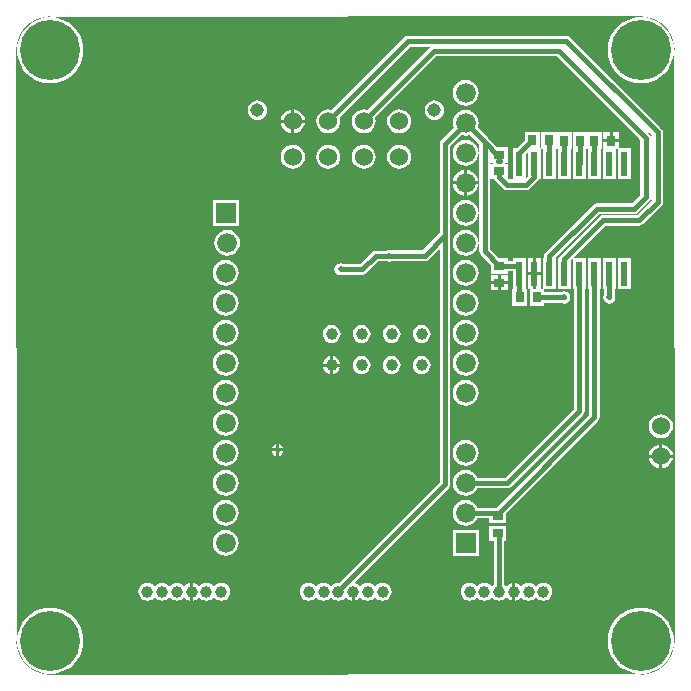
<source format=gbl>
G04*
G04 #@! TF.GenerationSoftware,Altium Limited,CircuitStudio,1.5.2 (30)*
G04*
G04 Layer_Physical_Order=2*
G04 Layer_Color=12500520*
%FSLAX25Y25*%
%MOIN*%
G70*
G01*
G75*
%ADD11R,0.03150X0.03543*%
%ADD12R,0.03543X0.02756*%
%ADD13R,0.03543X0.03150*%
%ADD20C,0.01500*%
%ADD21C,0.01000*%
%ADD22C,0.06000*%
%ADD23C,0.20000*%
%ADD24C,0.04500*%
%ADD25C,0.03937*%
%ADD26C,0.06600*%
%ADD27R,0.06600X0.06600*%
%ADD28C,0.02000*%
%ADD29R,0.02323X0.08071*%
%ADD30R,0.02756X0.03543*%
G36*
X1106857Y840596D02*
X1108572Y840185D01*
X1110200Y839510D01*
X1111703Y838589D01*
X1113044Y837444D01*
X1114189Y836104D01*
X1115110Y834600D01*
X1115785Y832972D01*
X1116196Y831258D01*
X1116335Y829500D01*
X1116300D01*
X1116335Y632600D01*
X1116196Y630842D01*
X1115785Y629128D01*
X1115110Y627500D01*
X1114189Y625996D01*
X1113044Y624656D01*
X1111703Y623511D01*
X1110200Y622590D01*
X1108572Y621915D01*
X1106857Y621504D01*
X1105100Y621365D01*
Y621400D01*
X908200Y621365D01*
X908200D01*
X906443Y621504D01*
X904728Y621915D01*
X903100Y622590D01*
X901596Y623511D01*
X900256Y624656D01*
X899111Y625996D01*
X898190Y627500D01*
X897515Y629128D01*
X897104Y630842D01*
X896965Y632600D01*
X897000D01*
X896965Y829500D01*
X897104Y831258D01*
X897515Y832972D01*
X898190Y834600D01*
X899111Y836104D01*
X900256Y837444D01*
X901597Y838589D01*
X903100Y839510D01*
X904728Y840185D01*
X906443Y840596D01*
X908200Y840735D01*
Y840700D01*
X1105100Y840735D01*
X1106857Y840596D01*
D02*
G37*
%LPC*%
G36*
X1012016Y727494D02*
X1011242Y727392D01*
X1010519Y727093D01*
X1009899Y726617D01*
X1009424Y725997D01*
X1009124Y725275D01*
X1009022Y724500D01*
X1009124Y723725D01*
X1009424Y723003D01*
X1009899Y722383D01*
X1010519Y721907D01*
X1011242Y721608D01*
X1012016Y721506D01*
X1012791Y721608D01*
X1013513Y721907D01*
X1014134Y722383D01*
X1014609Y723003D01*
X1014909Y723725D01*
X1015011Y724500D01*
X1014909Y725275D01*
X1014609Y725997D01*
X1014134Y726617D01*
X1013513Y727093D01*
X1012791Y727392D01*
X1012016Y727494D01*
D02*
G37*
G36*
X1046700Y729587D02*
X1045578Y729439D01*
X1044532Y729006D01*
X1043633Y728317D01*
X1042944Y727419D01*
X1042511Y726372D01*
X1042363Y725250D01*
X1042511Y724127D01*
X1042944Y723081D01*
X1043633Y722183D01*
X1044532Y721494D01*
X1045578Y721061D01*
X1046700Y720913D01*
X1047822Y721061D01*
X1048868Y721494D01*
X1049767Y722183D01*
X1050456Y723081D01*
X1050889Y724127D01*
X1051037Y725250D01*
X1050889Y726372D01*
X1050456Y727419D01*
X1049767Y728317D01*
X1048868Y729006D01*
X1047822Y729439D01*
X1046700Y729587D01*
D02*
G37*
G36*
X1022016Y727494D02*
X1021241Y727392D01*
X1020519Y727093D01*
X1019899Y726617D01*
X1019423Y725997D01*
X1019124Y725275D01*
X1019022Y724500D01*
X1019124Y723725D01*
X1019423Y723003D01*
X1019899Y722383D01*
X1020519Y721907D01*
X1021241Y721608D01*
X1022016Y721506D01*
X1022791Y721608D01*
X1023514Y721907D01*
X1024134Y722383D01*
X1024609Y723003D01*
X1024909Y723725D01*
X1025011Y724500D01*
X1024909Y725275D01*
X1024609Y725997D01*
X1024134Y726617D01*
X1023514Y727093D01*
X1022791Y727392D01*
X1022016Y727494D01*
D02*
G37*
G36*
X1001516Y724000D02*
X999088D01*
X999124Y723725D01*
X999424Y723003D01*
X999899Y722383D01*
X1000519Y721907D01*
X1001241Y721608D01*
X1001516Y721572D01*
Y724000D01*
D02*
G37*
G36*
X1032016Y727494D02*
X1031242Y727392D01*
X1030519Y727093D01*
X1029899Y726617D01*
X1029424Y725997D01*
X1029124Y725275D01*
X1029022Y724500D01*
X1029124Y723725D01*
X1029424Y723003D01*
X1029899Y722383D01*
X1030519Y721907D01*
X1031242Y721608D01*
X1032016Y721506D01*
X1032791Y721608D01*
X1033514Y721907D01*
X1034134Y722383D01*
X1034609Y723003D01*
X1034908Y723725D01*
X1035011Y724500D01*
X1034908Y725275D01*
X1034609Y725997D01*
X1034134Y726617D01*
X1033514Y727093D01*
X1032791Y727392D01*
X1032016Y727494D01*
D02*
G37*
G36*
X966700Y709587D02*
X965578Y709439D01*
X964532Y709006D01*
X963633Y708317D01*
X962944Y707418D01*
X962511Y706372D01*
X962363Y705250D01*
X962511Y704128D01*
X962944Y703081D01*
X963633Y702183D01*
X964532Y701494D01*
X965578Y701061D01*
X966700Y700913D01*
X967822Y701061D01*
X968869Y701494D01*
X969767Y702183D01*
X970456Y703081D01*
X970889Y704128D01*
X971037Y705250D01*
X970889Y706372D01*
X970456Y707418D01*
X969767Y708317D01*
X968869Y709006D01*
X967822Y709439D01*
X966700Y709587D01*
D02*
G37*
G36*
X1111750Y708135D02*
X1110706Y707997D01*
X1109733Y707594D01*
X1108897Y706953D01*
X1108256Y706117D01*
X1107853Y705144D01*
X1107716Y704100D01*
X1107853Y703056D01*
X1108256Y702083D01*
X1108897Y701247D01*
X1109733Y700606D01*
X1110706Y700203D01*
X1111750Y700066D01*
X1112794Y700203D01*
X1113767Y700606D01*
X1114603Y701247D01*
X1115244Y702083D01*
X1115647Y703056D01*
X1115784Y704100D01*
X1115647Y705144D01*
X1115244Y706117D01*
X1114603Y706953D01*
X1113767Y707594D01*
X1112794Y707997D01*
X1111750Y708135D01*
D02*
G37*
G36*
X966700Y719587D02*
X965578Y719439D01*
X964532Y719006D01*
X963633Y718317D01*
X962944Y717418D01*
X962511Y716372D01*
X962363Y715250D01*
X962511Y714127D01*
X962944Y713081D01*
X963633Y712183D01*
X964532Y711494D01*
X965578Y711061D01*
X966700Y710913D01*
X967822Y711061D01*
X968869Y711494D01*
X969767Y712183D01*
X970456Y713081D01*
X970889Y714127D01*
X971037Y715250D01*
X970889Y716372D01*
X970456Y717418D01*
X969767Y718317D01*
X968869Y719006D01*
X967822Y719439D01*
X966700Y719587D01*
D02*
G37*
G36*
Y729587D02*
X965578Y729439D01*
X964532Y729006D01*
X963633Y728317D01*
X962944Y727419D01*
X962511Y726372D01*
X962363Y725250D01*
X962511Y724127D01*
X962944Y723081D01*
X963633Y722183D01*
X964532Y721494D01*
X965578Y721061D01*
X966700Y720913D01*
X967822Y721061D01*
X968869Y721494D01*
X969767Y722183D01*
X970456Y723081D01*
X970889Y724127D01*
X971037Y725250D01*
X970889Y726372D01*
X970456Y727419D01*
X969767Y728317D01*
X968869Y729006D01*
X967822Y729439D01*
X966700Y729587D01*
D02*
G37*
G36*
X1046700Y719587D02*
X1045578Y719439D01*
X1044532Y719006D01*
X1043633Y718317D01*
X1042944Y717418D01*
X1042511Y716372D01*
X1042363Y715250D01*
X1042511Y714127D01*
X1042944Y713081D01*
X1043633Y712183D01*
X1044532Y711494D01*
X1045578Y711061D01*
X1046700Y710913D01*
X1047822Y711061D01*
X1048868Y711494D01*
X1049767Y712183D01*
X1050456Y713081D01*
X1050889Y714127D01*
X1051037Y715250D01*
X1050889Y716372D01*
X1050456Y717418D01*
X1049767Y718317D01*
X1048868Y719006D01*
X1047822Y719439D01*
X1046700Y719587D01*
D02*
G37*
G36*
X1004945Y724000D02*
X1002516D01*
Y721572D01*
X1002791Y721608D01*
X1003514Y721907D01*
X1004134Y722383D01*
X1004609Y723003D01*
X1004908Y723725D01*
X1004945Y724000D01*
D02*
G37*
G36*
X1022016Y737894D02*
X1021241Y737792D01*
X1020519Y737493D01*
X1019899Y737017D01*
X1019423Y736397D01*
X1019124Y735675D01*
X1019022Y734900D01*
X1019124Y734125D01*
X1019423Y733403D01*
X1019899Y732783D01*
X1020519Y732307D01*
X1021241Y732008D01*
X1022016Y731906D01*
X1022791Y732008D01*
X1023514Y732307D01*
X1024134Y732783D01*
X1024609Y733403D01*
X1024909Y734125D01*
X1025011Y734900D01*
X1024909Y735675D01*
X1024609Y736397D01*
X1024134Y737017D01*
X1023514Y737493D01*
X1022791Y737792D01*
X1022016Y737894D01*
D02*
G37*
G36*
X1012016D02*
X1011242Y737792D01*
X1010519Y737493D01*
X1009899Y737017D01*
X1009424Y736397D01*
X1009124Y735675D01*
X1009022Y734900D01*
X1009124Y734125D01*
X1009424Y733403D01*
X1009899Y732783D01*
X1010519Y732307D01*
X1011242Y732008D01*
X1012016Y731906D01*
X1012791Y732008D01*
X1013513Y732307D01*
X1014134Y732783D01*
X1014609Y733403D01*
X1014909Y734125D01*
X1015011Y734900D01*
X1014909Y735675D01*
X1014609Y736397D01*
X1014134Y737017D01*
X1013513Y737493D01*
X1012791Y737792D01*
X1012016Y737894D01*
D02*
G37*
G36*
X1032016D02*
X1031242Y737792D01*
X1030519Y737493D01*
X1029899Y737017D01*
X1029424Y736397D01*
X1029124Y735675D01*
X1029022Y734900D01*
X1029124Y734125D01*
X1029424Y733403D01*
X1029899Y732783D01*
X1030519Y732307D01*
X1031242Y732008D01*
X1032016Y731906D01*
X1032791Y732008D01*
X1033514Y732307D01*
X1034134Y732783D01*
X1034609Y733403D01*
X1034908Y734125D01*
X1035011Y734900D01*
X1034908Y735675D01*
X1034609Y736397D01*
X1034134Y737017D01*
X1033514Y737493D01*
X1032791Y737792D01*
X1032016Y737894D01*
D02*
G37*
G36*
X1046700Y749587D02*
X1045578Y749439D01*
X1044532Y749006D01*
X1043633Y748317D01*
X1042944Y747418D01*
X1042511Y746373D01*
X1042363Y745250D01*
X1042511Y744128D01*
X1042944Y743081D01*
X1043633Y742183D01*
X1044532Y741494D01*
X1045578Y741061D01*
X1046700Y740913D01*
X1047822Y741061D01*
X1048868Y741494D01*
X1049767Y742183D01*
X1050456Y743081D01*
X1050889Y744128D01*
X1051037Y745250D01*
X1050889Y746373D01*
X1050456Y747418D01*
X1049767Y748317D01*
X1048868Y749006D01*
X1047822Y749439D01*
X1046700Y749587D01*
D02*
G37*
G36*
X966700D02*
X965578Y749439D01*
X964532Y749006D01*
X963633Y748317D01*
X962944Y747418D01*
X962511Y746373D01*
X962363Y745250D01*
X962511Y744128D01*
X962944Y743081D01*
X963633Y742183D01*
X964532Y741494D01*
X965578Y741061D01*
X966700Y740913D01*
X967822Y741061D01*
X968869Y741494D01*
X969767Y742183D01*
X970456Y743081D01*
X970889Y744128D01*
X971037Y745250D01*
X970889Y746373D01*
X970456Y747418D01*
X969767Y748317D01*
X968869Y749006D01*
X967822Y749439D01*
X966700Y749587D01*
D02*
G37*
G36*
X1002516Y727428D02*
Y725000D01*
X1004945D01*
X1004908Y725275D01*
X1004609Y725997D01*
X1004134Y726617D01*
X1003514Y727093D01*
X1002791Y727392D01*
X1002516Y727428D01*
D02*
G37*
G36*
X1001516D02*
X1001241Y727392D01*
X1000519Y727093D01*
X999899Y726617D01*
X999424Y725997D01*
X999124Y725275D01*
X999088Y725000D01*
X1001516D01*
Y727428D01*
D02*
G37*
G36*
X966700Y739587D02*
X965578Y739439D01*
X964532Y739006D01*
X963633Y738317D01*
X962944Y737419D01*
X962511Y736373D01*
X962363Y735250D01*
X962511Y734128D01*
X962944Y733081D01*
X963633Y732183D01*
X964532Y731494D01*
X965578Y731061D01*
X966700Y730913D01*
X967822Y731061D01*
X968869Y731494D01*
X969767Y732183D01*
X970456Y733081D01*
X970889Y734128D01*
X971037Y735250D01*
X970889Y736373D01*
X970456Y737419D01*
X969767Y738317D01*
X968869Y739006D01*
X967822Y739439D01*
X966700Y739587D01*
D02*
G37*
G36*
X1002016Y737894D02*
X1001241Y737792D01*
X1000519Y737493D01*
X999899Y737017D01*
X999424Y736397D01*
X999124Y735675D01*
X999022Y734900D01*
X999124Y734125D01*
X999424Y733403D01*
X999899Y732783D01*
X1000519Y732307D01*
X1001241Y732008D01*
X1002016Y731906D01*
X1002791Y732008D01*
X1003514Y732307D01*
X1004134Y732783D01*
X1004609Y733403D01*
X1004908Y734125D01*
X1005011Y734900D01*
X1004908Y735675D01*
X1004609Y736397D01*
X1004134Y737017D01*
X1003514Y737493D01*
X1002791Y737792D01*
X1002016Y737894D01*
D02*
G37*
G36*
X1046700Y739587D02*
X1045578Y739439D01*
X1044532Y739006D01*
X1043633Y738317D01*
X1042944Y737419D01*
X1042511Y736373D01*
X1042363Y735250D01*
X1042511Y734128D01*
X1042944Y733081D01*
X1043633Y732183D01*
X1044532Y731494D01*
X1045578Y731061D01*
X1046700Y730913D01*
X1047822Y731061D01*
X1048868Y731494D01*
X1049767Y732183D01*
X1050456Y733081D01*
X1050889Y734128D01*
X1051037Y735250D01*
X1050889Y736373D01*
X1050456Y737419D01*
X1049767Y738317D01*
X1048868Y739006D01*
X1047822Y739439D01*
X1046700Y739587D01*
D02*
G37*
G36*
X984500Y698190D02*
Y696750D01*
X985940D01*
X985884Y697030D01*
X985442Y697692D01*
X984780Y698134D01*
X984500Y698190D01*
D02*
G37*
G36*
X966700Y669587D02*
X965578Y669439D01*
X964532Y669006D01*
X963633Y668317D01*
X962944Y667418D01*
X962511Y666372D01*
X962363Y665250D01*
X962511Y664127D01*
X962944Y663081D01*
X963633Y662183D01*
X964532Y661494D01*
X965578Y661061D01*
X966700Y660913D01*
X967822Y661061D01*
X968869Y661494D01*
X969767Y662183D01*
X970456Y663081D01*
X970889Y664127D01*
X971037Y665250D01*
X970889Y666372D01*
X970456Y667418D01*
X969767Y668317D01*
X968869Y669006D01*
X967822Y669439D01*
X966700Y669587D01*
D02*
G37*
G36*
X1072606Y651944D02*
X1071831Y651842D01*
X1071109Y651543D01*
X1070489Y651067D01*
X1070146Y650620D01*
X1069802Y651067D01*
X1069182Y651543D01*
X1068460Y651842D01*
X1067685Y651944D01*
X1066910Y651842D01*
X1066188Y651543D01*
X1065568Y651067D01*
X1065224Y650620D01*
X1064881Y651067D01*
X1064261Y651543D01*
X1063539Y651842D01*
X1063264Y651878D01*
Y648950D01*
Y646022D01*
X1063539Y646058D01*
X1064261Y646357D01*
X1064881Y646833D01*
X1065224Y647281D01*
X1065568Y646833D01*
X1066188Y646357D01*
X1066910Y646058D01*
X1067685Y645956D01*
X1068460Y646058D01*
X1069182Y646357D01*
X1069802Y646833D01*
X1070146Y647281D01*
X1070489Y646833D01*
X1071109Y646357D01*
X1071831Y646058D01*
X1072606Y645956D01*
X1073381Y646058D01*
X1074103Y646357D01*
X1074724Y646833D01*
X1075199Y647453D01*
X1075498Y648175D01*
X1075600Y648950D01*
X1075498Y649725D01*
X1075199Y650447D01*
X1074724Y651067D01*
X1074103Y651543D01*
X1073381Y651842D01*
X1072606Y651944D01*
D02*
G37*
G36*
X1051000Y669550D02*
X1042400D01*
Y660950D01*
X1051000D01*
Y669550D01*
D02*
G37*
G36*
X1091759Y760059D02*
X1087437D01*
Y749988D01*
X1087814D01*
Y707887D01*
X1056961Y677034D01*
X1050615D01*
X1050456Y677419D01*
X1049767Y678317D01*
X1048868Y679006D01*
X1047822Y679439D01*
X1046700Y679587D01*
X1045578Y679439D01*
X1044532Y679006D01*
X1043633Y678317D01*
X1042944Y677419D01*
X1042511Y676372D01*
X1042363Y675250D01*
X1042511Y674127D01*
X1042944Y673081D01*
X1043633Y672183D01*
X1044532Y671494D01*
X1045578Y671061D01*
X1046700Y670913D01*
X1047822Y671061D01*
X1048868Y671494D01*
X1049767Y672183D01*
X1050456Y673081D01*
X1050615Y673466D01*
X1054628D01*
Y671925D01*
X1060172D01*
Y675198D01*
X1090860Y705886D01*
X1091247Y706465D01*
X1091382Y707148D01*
Y749988D01*
X1091759D01*
Y760059D01*
D02*
G37*
G36*
X966700Y679587D02*
X965578Y679439D01*
X964532Y679006D01*
X963633Y678317D01*
X962944Y677419D01*
X962511Y676372D01*
X962363Y675250D01*
X962511Y674127D01*
X962944Y673081D01*
X963633Y672183D01*
X964532Y671494D01*
X965578Y671061D01*
X966700Y670913D01*
X967822Y671061D01*
X968869Y671494D01*
X969767Y672183D01*
X970456Y673081D01*
X970889Y674127D01*
X971037Y675250D01*
X970889Y676372D01*
X970456Y677419D01*
X969767Y678317D01*
X968869Y679006D01*
X967822Y679439D01*
X966700Y679587D01*
D02*
G37*
G36*
X1105100Y643634D02*
X1103374Y643498D01*
X1101690Y643094D01*
X1100091Y642431D01*
X1098614Y641527D01*
X1097298Y640402D01*
X1096173Y639086D01*
X1095269Y637609D01*
X1094606Y636010D01*
X1094202Y634326D01*
X1094066Y632600D01*
X1094202Y630874D01*
X1094606Y629190D01*
X1095269Y627591D01*
X1096173Y626114D01*
X1097298Y624798D01*
X1098614Y623673D01*
X1100091Y622769D01*
X1101690Y622106D01*
X1103374Y621702D01*
X1105100Y621566D01*
X1106826Y621702D01*
X1108510Y622106D01*
X1110109Y622769D01*
X1111586Y623673D01*
X1112902Y624798D01*
X1114027Y626114D01*
X1114931Y627591D01*
X1115594Y629190D01*
X1115998Y630874D01*
X1116134Y632600D01*
X1115998Y634326D01*
X1115594Y636010D01*
X1114931Y637609D01*
X1114027Y639086D01*
X1112902Y640402D01*
X1111586Y641527D01*
X1110109Y642431D01*
X1108510Y643094D01*
X1106826Y643498D01*
X1105100Y643634D01*
D02*
G37*
G36*
X908200D02*
X906474Y643498D01*
X904790Y643094D01*
X903191Y642431D01*
X901714Y641527D01*
X900398Y640402D01*
X899273Y639086D01*
X898369Y637609D01*
X897706Y636010D01*
X897302Y634326D01*
X897166Y632600D01*
X897302Y630874D01*
X897706Y629190D01*
X898369Y627591D01*
X899273Y626114D01*
X900398Y624798D01*
X901714Y623673D01*
X903191Y622769D01*
X904790Y622106D01*
X906474Y621702D01*
X908200Y621566D01*
X909926Y621702D01*
X911610Y622106D01*
X913209Y622769D01*
X914686Y623673D01*
X916002Y624798D01*
X917127Y626114D01*
X918031Y627591D01*
X918694Y629190D01*
X919098Y630874D01*
X919234Y632600D01*
X919098Y634326D01*
X918694Y636010D01*
X918031Y637609D01*
X917127Y639086D01*
X916002Y640402D01*
X914686Y641527D01*
X913209Y642431D01*
X911610Y643094D01*
X909926Y643498D01*
X908200Y643634D01*
D02*
G37*
G36*
X950443Y651944D02*
X949668Y651842D01*
X948946Y651543D01*
X948325Y651067D01*
X947982Y650620D01*
X947638Y651067D01*
X947018Y651543D01*
X946296Y651842D01*
X945521Y651944D01*
X944746Y651842D01*
X944024Y651543D01*
X943404Y651067D01*
X943061Y650620D01*
X942717Y651067D01*
X942097Y651543D01*
X941375Y651842D01*
X940600Y651944D01*
X939825Y651842D01*
X939103Y651543D01*
X938483Y651067D01*
X938007Y650447D01*
X937708Y649725D01*
X937606Y648950D01*
X937708Y648175D01*
X938007Y647453D01*
X938483Y646833D01*
X939103Y646357D01*
X939825Y646058D01*
X940600Y645956D01*
X941375Y646058D01*
X942097Y646357D01*
X942717Y646833D01*
X943061Y647281D01*
X943404Y646833D01*
X944024Y646357D01*
X944746Y646058D01*
X945521Y645956D01*
X946296Y646058D01*
X947018Y646357D01*
X947638Y646833D01*
X947982Y647281D01*
X948325Y646833D01*
X948946Y646357D01*
X949668Y646058D01*
X950443Y645956D01*
X951217Y646058D01*
X951940Y646357D01*
X952560Y646833D01*
X952903Y647281D01*
X953247Y646833D01*
X953867Y646357D01*
X954589Y646058D01*
X954864Y646022D01*
Y648950D01*
Y651878D01*
X954589Y651842D01*
X953867Y651543D01*
X953247Y651067D01*
X952903Y650620D01*
X952560Y651067D01*
X951940Y651543D01*
X951217Y651842D01*
X950443Y651944D01*
D02*
G37*
G36*
X1060172Y670775D02*
X1054628D01*
Y666019D01*
X1056058D01*
Y651323D01*
X1055725Y651067D01*
X1055382Y650620D01*
X1055038Y651067D01*
X1054418Y651543D01*
X1053696Y651842D01*
X1052921Y651944D01*
X1052146Y651842D01*
X1051424Y651543D01*
X1050804Y651067D01*
X1050461Y650620D01*
X1050117Y651067D01*
X1049497Y651543D01*
X1048775Y651842D01*
X1048000Y651944D01*
X1047225Y651842D01*
X1046503Y651543D01*
X1045883Y651067D01*
X1045407Y650447D01*
X1045108Y649725D01*
X1045006Y648950D01*
X1045108Y648175D01*
X1045407Y647453D01*
X1045883Y646833D01*
X1046503Y646357D01*
X1047225Y646058D01*
X1048000Y645956D01*
X1048775Y646058D01*
X1049497Y646357D01*
X1050117Y646833D01*
X1050461Y647281D01*
X1050804Y646833D01*
X1051424Y646357D01*
X1052146Y646058D01*
X1052921Y645956D01*
X1053696Y646058D01*
X1054418Y646357D01*
X1055038Y646833D01*
X1055382Y647281D01*
X1055725Y646833D01*
X1056345Y646357D01*
X1057068Y646058D01*
X1057843Y645956D01*
X1058617Y646058D01*
X1059340Y646357D01*
X1059960Y646833D01*
X1060303Y647281D01*
X1060647Y646833D01*
X1061267Y646357D01*
X1061989Y646058D01*
X1062264Y646022D01*
Y648950D01*
Y651878D01*
X1061989Y651842D01*
X1061267Y651543D01*
X1060647Y651067D01*
X1060303Y650620D01*
X1059960Y651067D01*
X1059627Y651323D01*
Y666019D01*
X1060172D01*
Y670775D01*
D02*
G37*
G36*
X965206Y651944D02*
X964431Y651842D01*
X963709Y651543D01*
X963089Y651067D01*
X962746Y650620D01*
X962402Y651067D01*
X961782Y651543D01*
X961060Y651842D01*
X960285Y651944D01*
X959510Y651842D01*
X958788Y651543D01*
X958168Y651067D01*
X957824Y650620D01*
X957481Y651067D01*
X956861Y651543D01*
X956139Y651842D01*
X955864Y651878D01*
Y648950D01*
Y646022D01*
X956139Y646058D01*
X956861Y646357D01*
X957481Y646833D01*
X957824Y647281D01*
X958168Y646833D01*
X958788Y646357D01*
X959510Y646058D01*
X960285Y645956D01*
X961060Y646058D01*
X961782Y646357D01*
X962402Y646833D01*
X962746Y647281D01*
X963089Y646833D01*
X963709Y646357D01*
X964431Y646058D01*
X965206Y645956D01*
X965981Y646058D01*
X966703Y646357D01*
X967323Y646833D01*
X967799Y647453D01*
X968098Y648175D01*
X968200Y648950D01*
X968098Y649725D01*
X967799Y650447D01*
X967323Y651067D01*
X966703Y651543D01*
X965981Y651842D01*
X965206Y651944D01*
D02*
G37*
G36*
X966700Y689587D02*
X965578Y689439D01*
X964532Y689006D01*
X963633Y688317D01*
X962944Y687419D01*
X962511Y686373D01*
X962363Y685250D01*
X962511Y684128D01*
X962944Y683081D01*
X963633Y682183D01*
X964532Y681494D01*
X965578Y681061D01*
X966700Y680913D01*
X967822Y681061D01*
X968869Y681494D01*
X969767Y682183D01*
X970456Y683081D01*
X970889Y684128D01*
X971037Y685250D01*
X970889Y686373D01*
X970456Y687419D01*
X969767Y688317D01*
X968869Y689006D01*
X967822Y689439D01*
X966700Y689587D01*
D02*
G37*
G36*
X985940Y695750D02*
X984500D01*
Y694310D01*
X984780Y694366D01*
X985442Y694808D01*
X985884Y695470D01*
X985940Y695750D01*
D02*
G37*
G36*
X983500D02*
X982060D01*
X982116Y695470D01*
X982558Y694808D01*
X983220Y694366D01*
X983500Y694310D01*
Y695750D01*
D02*
G37*
G36*
X1111250Y698069D02*
X1110706Y697997D01*
X1109733Y697594D01*
X1108897Y696953D01*
X1108256Y696117D01*
X1107853Y695144D01*
X1107781Y694600D01*
X1111250D01*
Y698069D01*
D02*
G37*
G36*
X983500Y698190D02*
X983220Y698134D01*
X982558Y697692D01*
X982116Y697030D01*
X982060Y696750D01*
X983500D01*
Y698190D01*
D02*
G37*
G36*
X1112250Y698069D02*
Y694600D01*
X1115719D01*
X1115647Y695144D01*
X1115244Y696117D01*
X1114603Y696953D01*
X1113767Y697594D01*
X1112794Y697997D01*
X1112250Y698069D01*
D02*
G37*
G36*
X1111250Y693600D02*
X1107781D01*
X1107853Y693056D01*
X1108256Y692083D01*
X1108897Y691247D01*
X1109733Y690606D01*
X1110706Y690203D01*
X1111250Y690131D01*
Y693600D01*
D02*
G37*
G36*
X1086759Y760059D02*
X1082437D01*
Y749988D01*
X1082814D01*
Y709987D01*
X1059861Y687034D01*
X1050615D01*
X1050456Y687419D01*
X1049767Y688317D01*
X1048868Y689006D01*
X1047822Y689439D01*
X1046700Y689587D01*
X1045578Y689439D01*
X1044532Y689006D01*
X1043633Y688317D01*
X1042944Y687419D01*
X1042511Y686373D01*
X1042363Y685250D01*
X1042511Y684128D01*
X1042944Y683081D01*
X1043633Y682183D01*
X1044532Y681494D01*
X1045578Y681061D01*
X1046700Y680913D01*
X1047822Y681061D01*
X1048868Y681494D01*
X1049767Y682183D01*
X1050456Y683081D01*
X1050615Y683466D01*
X1060600D01*
X1061283Y683602D01*
X1061862Y683988D01*
X1085860Y707986D01*
X1085860Y707986D01*
X1086246Y708565D01*
X1086382Y709248D01*
Y749988D01*
X1086759D01*
Y760059D01*
D02*
G37*
G36*
X1115719Y693600D02*
X1112250D01*
Y690131D01*
X1112794Y690203D01*
X1113767Y690606D01*
X1114603Y691247D01*
X1115244Y692083D01*
X1115647Y693056D01*
X1115719Y693600D01*
D02*
G37*
G36*
X1046700Y699587D02*
X1045578Y699439D01*
X1044532Y699006D01*
X1043633Y698317D01*
X1042944Y697418D01*
X1042511Y696373D01*
X1042363Y695250D01*
X1042511Y694128D01*
X1042944Y693081D01*
X1043633Y692183D01*
X1044532Y691494D01*
X1045578Y691061D01*
X1046700Y690913D01*
X1047822Y691061D01*
X1048868Y691494D01*
X1049767Y692183D01*
X1050456Y693081D01*
X1050889Y694128D01*
X1051037Y695250D01*
X1050889Y696373D01*
X1050456Y697418D01*
X1049767Y698317D01*
X1048868Y699006D01*
X1047822Y699439D01*
X1046700Y699587D01*
D02*
G37*
G36*
X966700D02*
X965578Y699439D01*
X964532Y699006D01*
X963633Y698317D01*
X962944Y697418D01*
X962511Y696373D01*
X962363Y695250D01*
X962511Y694128D01*
X962944Y693081D01*
X963633Y692183D01*
X964532Y691494D01*
X965578Y691061D01*
X966700Y690913D01*
X967822Y691061D01*
X968869Y691494D01*
X969767Y692183D01*
X970456Y693081D01*
X970889Y694128D01*
X971037Y695250D01*
X970889Y696373D01*
X970456Y697418D01*
X969767Y698317D01*
X968869Y699006D01*
X967822Y699439D01*
X966700Y699587D01*
D02*
G37*
G36*
X1072931Y749822D02*
X1068175D01*
Y744278D01*
X1072931D01*
Y745266D01*
X1078670D01*
X1078820Y745166D01*
X1079600Y745011D01*
X1080380Y745166D01*
X1081042Y745608D01*
X1081484Y746270D01*
X1081639Y747050D01*
X1081484Y747830D01*
X1081042Y748492D01*
X1080380Y748934D01*
X1079600Y749089D01*
X1078820Y748934D01*
X1078670Y748834D01*
X1072931D01*
Y749822D01*
D02*
G37*
G36*
X1012700Y798034D02*
X1011656Y797897D01*
X1010683Y797494D01*
X1009847Y796853D01*
X1009206Y796017D01*
X1008803Y795044D01*
X1008665Y794000D01*
X1008803Y792956D01*
X1009206Y791983D01*
X1009847Y791147D01*
X1010683Y790506D01*
X1011656Y790103D01*
X1012700Y789965D01*
X1013744Y790103D01*
X1014717Y790506D01*
X1015553Y791147D01*
X1016194Y791983D01*
X1016597Y792956D01*
X1016735Y794000D01*
X1016597Y795044D01*
X1016194Y796017D01*
X1015553Y796853D01*
X1014717Y797494D01*
X1013744Y797897D01*
X1012700Y798034D01*
D02*
G37*
G36*
X1000900D02*
X999856Y797897D01*
X998883Y797494D01*
X998047Y796853D01*
X997406Y796017D01*
X997003Y795044D01*
X996865Y794000D01*
X997003Y792956D01*
X997406Y791983D01*
X998047Y791147D01*
X998883Y790506D01*
X999856Y790103D01*
X1000900Y789965D01*
X1001944Y790103D01*
X1002917Y790506D01*
X1003753Y791147D01*
X1004394Y791983D01*
X1004797Y792956D01*
X1004935Y794000D01*
X1004797Y795044D01*
X1004394Y796017D01*
X1003753Y796853D01*
X1002917Y797494D01*
X1001944Y797897D01*
X1000900Y798034D01*
D02*
G37*
G36*
X1024500D02*
X1023456Y797897D01*
X1022483Y797494D01*
X1021647Y796853D01*
X1021006Y796017D01*
X1020603Y795044D01*
X1020465Y794000D01*
X1020603Y792956D01*
X1021006Y791983D01*
X1021647Y791147D01*
X1022483Y790506D01*
X1023456Y790103D01*
X1024500Y789965D01*
X1025544Y790103D01*
X1026517Y790506D01*
X1027353Y791147D01*
X1027994Y791983D01*
X1028397Y792956D01*
X1028535Y794000D01*
X1028397Y795044D01*
X1027994Y796017D01*
X1027353Y796853D01*
X1026517Y797494D01*
X1025544Y797897D01*
X1024500Y798034D01*
D02*
G37*
G36*
X1094654Y802122D02*
X1092579D01*
Y799850D01*
X1094654D01*
Y802122D01*
D02*
G37*
G36*
X1046700Y799587D02*
X1045578Y799439D01*
X1044532Y799006D01*
X1043633Y798317D01*
X1042944Y797418D01*
X1042511Y796373D01*
X1042363Y795250D01*
X1042511Y794128D01*
X1042944Y793081D01*
X1043633Y792183D01*
X1044532Y791494D01*
X1045578Y791061D01*
X1046700Y790913D01*
X1047822Y791061D01*
X1048868Y791494D01*
X1049767Y792183D01*
X1050456Y793081D01*
X1050889Y794128D01*
X1051037Y795250D01*
X1050889Y796373D01*
X1050456Y797418D01*
X1049767Y798317D01*
X1048868Y799006D01*
X1047822Y799439D01*
X1046700Y799587D01*
D02*
G37*
G36*
X1077029Y802222D02*
X1071879D01*
Y796678D01*
X1072437D01*
Y786641D01*
X1076759D01*
Y796678D01*
X1076867D01*
Y796578D01*
X1077437D01*
Y786641D01*
X1081759D01*
Y796578D01*
X1082017D01*
Y802122D01*
X1077029D01*
Y802222D01*
D02*
G37*
G36*
X1047200Y789521D02*
Y785750D01*
X1050971D01*
X1050889Y786373D01*
X1050456Y787419D01*
X1049767Y788317D01*
X1048868Y789006D01*
X1047822Y789439D01*
X1047200Y789521D01*
D02*
G37*
G36*
X1092217Y802122D02*
X1082379D01*
Y796578D01*
X1082437D01*
Y786641D01*
X1086759D01*
Y796578D01*
X1087437D01*
Y786641D01*
X1091759D01*
Y796578D01*
X1092217D01*
Y802122D01*
D02*
G37*
G36*
X989100Y798034D02*
X988056Y797897D01*
X987083Y797494D01*
X986247Y796853D01*
X985606Y796017D01*
X985203Y795044D01*
X985065Y794000D01*
X985203Y792956D01*
X985606Y791983D01*
X986247Y791147D01*
X987083Y790506D01*
X988056Y790103D01*
X989100Y789965D01*
X990144Y790103D01*
X991117Y790506D01*
X991953Y791147D01*
X992594Y791983D01*
X992997Y792956D01*
X993134Y794000D01*
X992997Y795044D01*
X992594Y796017D01*
X991953Y796853D01*
X991117Y797494D01*
X990144Y797897D01*
X989100Y798034D01*
D02*
G37*
G36*
X1097729Y798850D02*
X1095154D01*
X1092579D01*
Y796712D01*
X1092437D01*
Y786641D01*
X1096759D01*
Y796578D01*
X1097437D01*
Y786641D01*
X1101759D01*
Y796712D01*
X1097729D01*
Y798850D01*
D02*
G37*
G36*
Y802122D02*
X1095654D01*
Y799850D01*
X1097729D01*
Y802122D01*
D02*
G37*
G36*
X989600Y809769D02*
Y806300D01*
X993069D01*
X992997Y806844D01*
X992594Y807817D01*
X991953Y808653D01*
X991117Y809294D01*
X990144Y809697D01*
X989600Y809769D01*
D02*
G37*
G36*
X988600D02*
X988056Y809697D01*
X987083Y809294D01*
X986247Y808653D01*
X985606Y807817D01*
X985203Y806844D01*
X985131Y806300D01*
X988600D01*
Y809769D01*
D02*
G37*
G36*
X1046700Y819587D02*
X1045578Y819439D01*
X1044532Y819006D01*
X1043633Y818317D01*
X1042944Y817418D01*
X1042511Y816372D01*
X1042363Y815250D01*
X1042511Y814128D01*
X1042944Y813081D01*
X1043633Y812183D01*
X1044532Y811494D01*
X1045578Y811061D01*
X1046700Y810913D01*
X1047822Y811061D01*
X1048868Y811494D01*
X1049767Y812183D01*
X1050456Y813081D01*
X1050889Y814128D01*
X1051037Y815250D01*
X1050889Y816372D01*
X1050456Y817418D01*
X1049767Y818317D01*
X1048868Y819006D01*
X1047822Y819439D01*
X1046700Y819587D01*
D02*
G37*
G36*
X1105100Y840534D02*
X1103374Y840398D01*
X1101690Y839994D01*
X1100091Y839331D01*
X1098614Y838427D01*
X1097298Y837302D01*
X1096173Y835986D01*
X1095269Y834509D01*
X1094606Y832910D01*
X1094202Y831226D01*
X1094066Y829500D01*
X1094202Y827774D01*
X1094606Y826090D01*
X1095269Y824491D01*
X1096173Y823014D01*
X1097298Y821698D01*
X1098614Y820573D01*
X1100091Y819669D01*
X1101690Y819006D01*
X1103374Y818602D01*
X1105100Y818466D01*
X1106826Y818602D01*
X1108510Y819006D01*
X1110109Y819669D01*
X1111586Y820573D01*
X1112902Y821698D01*
X1114027Y823014D01*
X1114931Y824491D01*
X1115594Y826090D01*
X1115998Y827774D01*
X1116134Y829500D01*
X1115998Y831226D01*
X1115594Y832910D01*
X1114931Y834509D01*
X1114027Y835986D01*
X1112902Y837302D01*
X1111586Y838427D01*
X1110109Y839331D01*
X1108510Y839994D01*
X1106826Y840398D01*
X1105100Y840534D01*
D02*
G37*
G36*
X908200D02*
X906474Y840398D01*
X904790Y839994D01*
X903191Y839331D01*
X901714Y838427D01*
X900398Y837302D01*
X899273Y835986D01*
X898369Y834509D01*
X897706Y832910D01*
X897302Y831226D01*
X897166Y829500D01*
X897302Y827774D01*
X897706Y826090D01*
X898369Y824491D01*
X899273Y823014D01*
X900398Y821698D01*
X901714Y820573D01*
X903191Y819669D01*
X904790Y819006D01*
X906474Y818602D01*
X908200Y818466D01*
X909926Y818602D01*
X911610Y819006D01*
X913209Y819669D01*
X914686Y820573D01*
X916002Y821698D01*
X917127Y823014D01*
X918031Y824491D01*
X918694Y826090D01*
X919098Y827774D01*
X919234Y829500D01*
X919098Y831226D01*
X918694Y832910D01*
X918031Y834509D01*
X917127Y835986D01*
X916002Y837302D01*
X914686Y838427D01*
X913209Y839331D01*
X911610Y839994D01*
X909926Y840398D01*
X908200Y840534D01*
D02*
G37*
G36*
X988600Y805300D02*
X985131D01*
X985203Y804756D01*
X985606Y803783D01*
X986247Y802947D01*
X987083Y802306D01*
X988056Y801903D01*
X988600Y801831D01*
Y805300D01*
D02*
G37*
G36*
X1024500Y809834D02*
X1023456Y809697D01*
X1022483Y809294D01*
X1021647Y808653D01*
X1021006Y807817D01*
X1020603Y806844D01*
X1020465Y805800D01*
X1020603Y804756D01*
X1021006Y803783D01*
X1021647Y802947D01*
X1022483Y802306D01*
X1023456Y801903D01*
X1024500Y801766D01*
X1025544Y801903D01*
X1026517Y802306D01*
X1027353Y802947D01*
X1027994Y803783D01*
X1028397Y804756D01*
X1028535Y805800D01*
X1028397Y806844D01*
X1027994Y807817D01*
X1027353Y808653D01*
X1026517Y809294D01*
X1025544Y809697D01*
X1024500Y809834D01*
D02*
G37*
G36*
X993069Y805300D02*
X989600D01*
Y801831D01*
X990144Y801903D01*
X991117Y802306D01*
X991953Y802947D01*
X992594Y803783D01*
X992997Y804756D01*
X993069Y805300D01*
D02*
G37*
G36*
X1036300Y812778D02*
X1035452Y812666D01*
X1034661Y812339D01*
X1033982Y811818D01*
X1033461Y811139D01*
X1033134Y810348D01*
X1033022Y809500D01*
X1033134Y808652D01*
X1033461Y807861D01*
X1033982Y807182D01*
X1034661Y806661D01*
X1035452Y806334D01*
X1036300Y806222D01*
X1037148Y806334D01*
X1037939Y806661D01*
X1038618Y807182D01*
X1039139Y807861D01*
X1039466Y808652D01*
X1039578Y809500D01*
X1039466Y810348D01*
X1039139Y811139D01*
X1038618Y811818D01*
X1037939Y812339D01*
X1037148Y812666D01*
X1036300Y812778D01*
D02*
G37*
G36*
X977300D02*
X976452Y812666D01*
X975661Y812339D01*
X974982Y811818D01*
X974461Y811139D01*
X974134Y810348D01*
X974022Y809500D01*
X974134Y808652D01*
X974461Y807861D01*
X974982Y807182D01*
X975661Y806661D01*
X976452Y806334D01*
X977300Y806222D01*
X978148Y806334D01*
X978939Y806661D01*
X979618Y807182D01*
X980139Y807861D01*
X980466Y808652D01*
X980578Y809500D01*
X980466Y810348D01*
X980139Y811139D01*
X979618Y811818D01*
X978939Y812339D01*
X978148Y812666D01*
X977300Y812778D01*
D02*
G37*
G36*
X1046700Y759587D02*
X1045578Y759439D01*
X1044532Y759006D01*
X1043633Y758317D01*
X1042944Y757418D01*
X1042511Y756372D01*
X1042363Y755250D01*
X1042511Y754128D01*
X1042944Y753081D01*
X1043633Y752183D01*
X1044532Y751494D01*
X1045578Y751061D01*
X1046700Y750913D01*
X1047822Y751061D01*
X1048868Y751494D01*
X1049767Y752183D01*
X1050456Y753081D01*
X1050889Y754128D01*
X1051037Y755250D01*
X1050889Y756372D01*
X1050456Y757418D01*
X1049767Y758317D01*
X1048868Y759006D01*
X1047822Y759439D01*
X1046700Y759587D01*
D02*
G37*
G36*
X966700D02*
X965578Y759439D01*
X964532Y759006D01*
X963633Y758317D01*
X962944Y757418D01*
X962511Y756372D01*
X962363Y755250D01*
X962511Y754128D01*
X962944Y753081D01*
X963633Y752183D01*
X964532Y751494D01*
X965578Y751061D01*
X966700Y750913D01*
X967822Y751061D01*
X968869Y751494D01*
X969767Y752183D01*
X970456Y753081D01*
X970889Y754128D01*
X971037Y755250D01*
X970889Y756372D01*
X970456Y757418D01*
X969767Y758317D01*
X968869Y759006D01*
X967822Y759439D01*
X966700Y759587D01*
D02*
G37*
G36*
X1057452Y754569D02*
X1055180D01*
Y752494D01*
X1057452D01*
Y754569D01*
D02*
G37*
G36*
X1069098Y760059D02*
X1067437D01*
Y755523D01*
X1069098D01*
Y760059D01*
D02*
G37*
G36*
X1060724Y754569D02*
X1058452D01*
Y752494D01*
X1060724D01*
Y754569D01*
D02*
G37*
G36*
X1101759Y760059D02*
X1097437D01*
Y749988D01*
X1101759D01*
Y760059D01*
D02*
G37*
G36*
X1057452Y751494D02*
X1055180D01*
Y749419D01*
X1057452D01*
Y751494D01*
D02*
G37*
G36*
X1096759Y760059D02*
X1092437D01*
Y749988D01*
X1092814D01*
Y747982D01*
X1092714Y747832D01*
X1092559Y747052D01*
X1092714Y746272D01*
X1093156Y745610D01*
X1093818Y745168D01*
X1094598Y745013D01*
X1095378Y745168D01*
X1096040Y745610D01*
X1096482Y746272D01*
X1096637Y747052D01*
X1096482Y747832D01*
X1096382Y747982D01*
Y749988D01*
X1096759D01*
Y760059D01*
D02*
G37*
G36*
X1060724Y751494D02*
X1058452D01*
Y749419D01*
X1060724D01*
Y751494D01*
D02*
G37*
G36*
X1071759Y754523D02*
X1070098D01*
Y749988D01*
X1071759D01*
Y754523D01*
D02*
G37*
G36*
X1069098D02*
X1067437D01*
Y749988D01*
X1069098D01*
Y754523D01*
D02*
G37*
G36*
X1046200Y784750D02*
X1042429D01*
X1042511Y784128D01*
X1042944Y783081D01*
X1043633Y782183D01*
X1044532Y781494D01*
X1045578Y781061D01*
X1046200Y780979D01*
Y784750D01*
D02*
G37*
G36*
X1080300Y834234D02*
X1027550D01*
X1026867Y834099D01*
X1026288Y833712D01*
X1002177Y809601D01*
X1001944Y809697D01*
X1000900Y809834D01*
X999856Y809697D01*
X998883Y809294D01*
X998047Y808653D01*
X997406Y807817D01*
X997003Y806844D01*
X996865Y805800D01*
X997003Y804756D01*
X997406Y803783D01*
X998047Y802947D01*
X998883Y802306D01*
X999856Y801903D01*
X1000900Y801766D01*
X1001944Y801903D01*
X1002917Y802306D01*
X1003753Y802947D01*
X1004394Y803783D01*
X1004797Y804756D01*
X1004935Y805800D01*
X1004797Y806844D01*
X1004700Y807077D01*
X1028289Y830666D01*
X1035119D01*
X1034888Y830512D01*
X1013977Y809601D01*
X1013744Y809697D01*
X1012700Y809834D01*
X1011656Y809697D01*
X1010683Y809294D01*
X1009847Y808653D01*
X1009206Y807817D01*
X1008803Y806844D01*
X1008665Y805800D01*
X1008803Y804756D01*
X1009206Y803783D01*
X1009847Y802947D01*
X1010683Y802306D01*
X1011656Y801903D01*
X1012700Y801766D01*
X1013744Y801903D01*
X1014717Y802306D01*
X1015553Y802947D01*
X1016194Y803783D01*
X1016597Y804756D01*
X1016735Y805800D01*
X1016597Y806844D01*
X1016500Y807077D01*
X1036889Y827466D01*
X1077061D01*
X1104916Y799611D01*
Y781289D01*
X1102061Y778434D01*
X1090500D01*
X1090500Y778434D01*
X1089817Y778298D01*
X1089528Y778105D01*
X1089238Y777912D01*
X1089238Y777912D01*
X1073336Y762010D01*
X1072950Y761431D01*
X1072814Y760748D01*
Y760059D01*
X1072437D01*
Y749988D01*
X1076759D01*
Y760059D01*
X1076432D01*
X1091239Y774866D01*
X1102800D01*
X1103483Y775001D01*
X1104062Y775388D01*
X1107962Y779288D01*
X1107962Y779288D01*
X1108348Y779867D01*
X1108484Y780550D01*
Y800350D01*
X1108348Y801033D01*
X1107962Y801612D01*
X1079062Y830512D01*
X1078831Y830666D01*
X1079561D01*
X1108916Y801311D01*
Y779589D01*
X1103861Y774534D01*
X1092500D01*
X1092500Y774534D01*
X1091817Y774398D01*
X1091528Y774205D01*
X1091238Y774012D01*
X1091238Y774012D01*
X1078336Y761110D01*
X1077950Y760531D01*
X1077856Y760059D01*
X1077437D01*
Y749988D01*
X1081759D01*
Y759486D01*
X1093239Y770966D01*
X1104600D01*
X1105283Y771102D01*
X1105862Y771488D01*
X1111962Y777588D01*
X1111962Y777588D01*
X1112348Y778167D01*
X1112484Y778850D01*
Y802050D01*
X1112348Y802733D01*
X1112193Y802965D01*
X1111962Y803312D01*
X1111962Y803312D01*
X1081562Y833712D01*
X1080983Y834099D01*
X1080300Y834234D01*
D02*
G37*
G36*
X1050971Y784750D02*
X1047200D01*
Y780979D01*
X1047822Y781061D01*
X1048868Y781494D01*
X1049767Y782183D01*
X1050456Y783081D01*
X1050889Y784128D01*
X1050971Y784750D01*
D02*
G37*
G36*
X1046200Y789521D02*
X1045578Y789439D01*
X1044532Y789006D01*
X1043633Y788317D01*
X1042944Y787419D01*
X1042511Y786373D01*
X1042429Y785750D01*
X1046200D01*
Y789521D01*
D02*
G37*
G36*
X1046700Y809587D02*
X1045578Y809439D01*
X1044532Y809006D01*
X1043633Y808317D01*
X1042944Y807419D01*
X1042511Y806373D01*
X1042363Y805250D01*
X1042511Y804128D01*
X1042670Y803743D01*
X1038538Y799612D01*
X1038151Y799033D01*
X1038016Y798350D01*
Y768489D01*
X1032311Y762784D01*
X1022146D01*
X1021997Y762884D01*
X1021216Y763039D01*
X1020436Y762884D01*
X1020062Y762634D01*
X1016716D01*
X1016034Y762498D01*
X1015455Y762112D01*
X1015455Y762112D01*
X1011577Y758234D01*
X1005929D01*
X1005780Y758334D01*
X1005000Y758489D01*
X1004220Y758334D01*
X1003558Y757892D01*
X1003116Y757230D01*
X1002961Y756450D01*
X1003116Y755670D01*
X1003558Y755008D01*
X1004220Y754566D01*
X1005000Y754411D01*
X1005780Y754566D01*
X1005929Y754666D01*
X1012267D01*
X1012308Y754658D01*
X1012991Y754793D01*
X1013570Y755180D01*
X1017455Y759066D01*
X1020689D01*
X1021216Y758961D01*
X1021997Y759116D01*
X1022146Y759216D01*
X1033050D01*
X1033733Y759351D01*
X1034312Y759738D01*
X1038016Y763442D01*
Y685584D01*
X1004360Y651929D01*
X1004243Y651944D01*
X1003468Y651842D01*
X1002746Y651543D01*
X1002125Y651067D01*
X1001782Y650620D01*
X1001438Y651067D01*
X1000818Y651543D01*
X1000096Y651842D01*
X999321Y651944D01*
X998546Y651842D01*
X997824Y651543D01*
X997204Y651067D01*
X996861Y650620D01*
X996517Y651067D01*
X995897Y651543D01*
X995175Y651842D01*
X994400Y651944D01*
X993625Y651842D01*
X992903Y651543D01*
X992283Y651067D01*
X991807Y650447D01*
X991508Y649725D01*
X991406Y648950D01*
X991508Y648175D01*
X991807Y647453D01*
X992283Y646833D01*
X992903Y646357D01*
X993625Y646058D01*
X994400Y645956D01*
X995175Y646058D01*
X995897Y646357D01*
X996517Y646833D01*
X996861Y647281D01*
X997204Y646833D01*
X997824Y646357D01*
X998546Y646058D01*
X999321Y645956D01*
X1000096Y646058D01*
X1000818Y646357D01*
X1001438Y646833D01*
X1001782Y647281D01*
X1002125Y646833D01*
X1002746Y646357D01*
X1003468Y646058D01*
X1004243Y645956D01*
X1005017Y646058D01*
X1005740Y646357D01*
X1006360Y646833D01*
X1006703Y647281D01*
X1007047Y646833D01*
X1007667Y646357D01*
X1008389Y646058D01*
X1008664Y646022D01*
Y648950D01*
X1009664D01*
Y646022D01*
X1009939Y646058D01*
X1010661Y646357D01*
X1011281Y646833D01*
X1011624Y647281D01*
X1011968Y646833D01*
X1012588Y646357D01*
X1013310Y646058D01*
X1014085Y645956D01*
X1014860Y646058D01*
X1015582Y646357D01*
X1016202Y646833D01*
X1016546Y647281D01*
X1016889Y646833D01*
X1017509Y646357D01*
X1018231Y646058D01*
X1019006Y645956D01*
X1019781Y646058D01*
X1020503Y646357D01*
X1021124Y646833D01*
X1021599Y647453D01*
X1021898Y648175D01*
X1022000Y648950D01*
X1021898Y649725D01*
X1021599Y650447D01*
X1021124Y651067D01*
X1020503Y651543D01*
X1019781Y651842D01*
X1019006Y651944D01*
X1018231Y651842D01*
X1017509Y651543D01*
X1016889Y651067D01*
X1016546Y650620D01*
X1016202Y651067D01*
X1015582Y651543D01*
X1014860Y651842D01*
X1014085Y651944D01*
X1013310Y651842D01*
X1012588Y651543D01*
X1011968Y651067D01*
X1011624Y650620D01*
X1011281Y651067D01*
X1010661Y651543D01*
X1009939Y651842D01*
X1009392Y651914D01*
X1041062Y683583D01*
X1041448Y684162D01*
X1041584Y684845D01*
Y767750D01*
X1041584Y767750D01*
X1041584Y767750D01*
Y797611D01*
X1045193Y801220D01*
X1045578Y801061D01*
X1046700Y800913D01*
X1047822Y801061D01*
X1048207Y801220D01*
X1051216Y798211D01*
Y762458D01*
X1051352Y761775D01*
X1051738Y761196D01*
X1055180Y757754D01*
Y754931D01*
X1060724D01*
Y755722D01*
X1062437D01*
Y749988D01*
X1062814D01*
Y749822D01*
X1062269D01*
Y744278D01*
X1067025D01*
Y749822D01*
X1066382D01*
Y749988D01*
X1066759D01*
Y760059D01*
X1062437D01*
Y759290D01*
X1060724D01*
Y760081D01*
X1057901D01*
X1054784Y763197D01*
Y794642D01*
X1055176Y794250D01*
Y792031D01*
X1055919D01*
X1055951Y791867D01*
X1056084Y791669D01*
X1055176D01*
Y786519D01*
X1056269D01*
X1056300Y786367D01*
X1056686Y785788D01*
X1059086Y783388D01*
X1059086Y783388D01*
X1059376Y783195D01*
X1059665Y783002D01*
X1060348Y782866D01*
X1060348Y782866D01*
X1066948D01*
X1067631Y783002D01*
X1068210Y783388D01*
X1070860Y786038D01*
X1070860Y786038D01*
X1071247Y786617D01*
X1071251Y786641D01*
X1071759D01*
Y796712D01*
X1071517D01*
Y802222D01*
X1066367D01*
Y799399D01*
X1063681Y796712D01*
X1062437D01*
Y786641D01*
X1066416D01*
X1066209Y786434D01*
X1061087D01*
X1060720Y786802D01*
Y791669D01*
X1059616D01*
X1059748Y791867D01*
X1059781Y792031D01*
X1060720D01*
Y797181D01*
X1057293D01*
X1054262Y800212D01*
X1054142Y800292D01*
X1054062Y800412D01*
X1050730Y803743D01*
X1050889Y804128D01*
X1051037Y805250D01*
X1050889Y806373D01*
X1050456Y807419D01*
X1049767Y808317D01*
X1048868Y809006D01*
X1047822Y809439D01*
X1046700Y809587D01*
D02*
G37*
G36*
Y769587D02*
X1045578Y769439D01*
X1044532Y769006D01*
X1043633Y768317D01*
X1042944Y767418D01*
X1042511Y766372D01*
X1042363Y765250D01*
X1042511Y764127D01*
X1042944Y763081D01*
X1043633Y762183D01*
X1044532Y761494D01*
X1045578Y761061D01*
X1046700Y760913D01*
X1047822Y761061D01*
X1048868Y761494D01*
X1049767Y762183D01*
X1050456Y763081D01*
X1050889Y764127D01*
X1051037Y765250D01*
X1050889Y766372D01*
X1050456Y767418D01*
X1049767Y768317D01*
X1048868Y769006D01*
X1047822Y769439D01*
X1046700Y769587D01*
D02*
G37*
G36*
X967200D02*
X966078Y769439D01*
X965032Y769006D01*
X964133Y768317D01*
X963444Y767418D01*
X963011Y766372D01*
X962863Y765250D01*
X963011Y764127D01*
X963444Y763081D01*
X964133Y762183D01*
X965032Y761494D01*
X966078Y761061D01*
X967200Y760913D01*
X968322Y761061D01*
X969368Y761494D01*
X970267Y762183D01*
X970956Y763081D01*
X971389Y764127D01*
X971537Y765250D01*
X971389Y766372D01*
X970956Y767418D01*
X970267Y768317D01*
X969368Y769006D01*
X968322Y769439D01*
X967200Y769587D01*
D02*
G37*
G36*
X1071759Y760059D02*
X1070098D01*
Y755523D01*
X1071759D01*
Y760059D01*
D02*
G37*
G36*
X971000Y779550D02*
X962400D01*
Y770950D01*
X971000D01*
Y779550D01*
D02*
G37*
G36*
X1046700Y779587D02*
X1045578Y779439D01*
X1044532Y779006D01*
X1043633Y778317D01*
X1042944Y777419D01*
X1042511Y776372D01*
X1042363Y775250D01*
X1042511Y774127D01*
X1042944Y773081D01*
X1043633Y772183D01*
X1044532Y771494D01*
X1045578Y771061D01*
X1046700Y770913D01*
X1047822Y771061D01*
X1048868Y771494D01*
X1049767Y772183D01*
X1050456Y773081D01*
X1050889Y774127D01*
X1051037Y775250D01*
X1050889Y776372D01*
X1050456Y777419D01*
X1049767Y778317D01*
X1048868Y779006D01*
X1047822Y779439D01*
X1046700Y779587D01*
D02*
G37*
%LPD*%
G36*
X1067437Y787662D02*
X1066759Y786985D01*
Y794744D01*
X1067437Y795421D01*
Y787662D01*
D02*
G37*
D11*
X1068942Y799450D02*
D03*
X1074454D02*
D03*
X1079442Y799350D02*
D03*
X1084954D02*
D03*
X1089642D02*
D03*
X1095154D02*
D03*
D12*
X1057400Y668397D02*
D03*
Y674303D02*
D03*
D13*
X1057948Y789094D02*
D03*
Y794606D02*
D03*
X1057952Y751994D02*
D03*
Y757506D02*
D03*
D20*
X1021066Y760850D02*
X1021216Y761000D01*
X1016716Y760850D02*
X1021066D01*
X1005000Y756450D02*
X1012300D01*
X1012308Y756442D01*
X1016716Y760850D01*
X1021216Y761000D02*
X1033050D01*
X1039800Y767750D01*
Y798350D01*
X1046700Y805250D01*
X1057948Y787050D02*
X1060348Y784650D01*
X1057948Y787050D02*
Y789094D01*
X1074454Y791821D02*
Y799450D01*
X1079442Y791833D02*
Y799350D01*
X1089642Y791721D02*
Y799350D01*
X1066948Y784650D02*
X1069598Y787300D01*
X1060348Y784650D02*
X1066948D01*
X1064598Y795106D02*
X1068942Y799450D01*
X1069598Y787300D02*
Y791677D01*
X1084954Y792033D02*
Y799350D01*
X1079598Y755023D02*
Y759848D01*
X1092500Y772750D01*
X1074598Y755023D02*
Y760748D01*
X1090500Y776650D01*
X1057892Y794550D02*
X1057948Y794606D01*
X1057952Y757506D02*
X1064556D01*
X1057600Y792550D02*
X1058100D01*
X1046700Y805250D02*
X1052800Y799150D01*
X1039800Y684845D02*
Y767750D01*
X1004243Y649288D02*
X1039800Y684845D01*
X1004243Y648950D02*
Y649288D01*
X1046700Y675250D02*
X1046700Y675250D01*
Y685250D02*
X1060600D01*
X1084598Y709248D01*
Y755023D01*
X1089598Y707148D02*
Y755023D01*
X1057700Y675250D02*
X1089598Y707148D01*
X1046700Y675250D02*
X1057700D01*
X1053000Y762458D02*
X1057952Y757506D01*
X1053000Y762458D02*
Y798950D01*
X1057600Y794350D01*
X1102800Y776650D02*
X1106700Y780550D01*
Y800350D01*
X1077800Y829250D02*
X1106700Y800350D01*
X1090500Y776650D02*
X1102800D01*
X1092500Y772750D02*
X1104600D01*
X1110700Y778850D01*
Y802050D01*
X1080300Y832450D02*
X1110700Y802050D01*
X1012700Y805800D02*
X1036150Y829250D01*
X1077800D01*
X1000900Y805800D02*
X1027550Y832450D01*
X1080300D01*
X1064598Y747099D02*
X1064647Y747050D01*
X1064598Y747099D02*
Y755023D01*
X1070553Y747050D02*
X1079600D01*
X1079600Y747050D01*
X1094598Y747052D02*
Y755023D01*
Y747052D02*
X1094600Y747050D01*
X1057843Y648950D02*
Y667955D01*
X1057400Y668397D02*
X1057843Y667955D01*
D21*
X1111750Y704100D02*
X1111800Y704050D01*
D22*
X1111750Y694100D02*
D03*
Y704100D02*
D03*
X1024500Y794000D02*
D03*
X989100D02*
D03*
X1012700D02*
D03*
X1000900D02*
D03*
Y805800D02*
D03*
X1012700D02*
D03*
X989100D02*
D03*
X1024500D02*
D03*
D23*
X1105100Y632600D02*
D03*
X908200D02*
D03*
Y829500D02*
D03*
X1105100D02*
D03*
D24*
X1036300Y809500D02*
D03*
X977300D02*
D03*
D25*
X1032016Y734900D02*
D03*
X1022016D02*
D03*
X1012016D02*
D03*
X1002016D02*
D03*
Y724500D02*
D03*
X1012016D02*
D03*
X1022016D02*
D03*
X1032016D02*
D03*
X994400Y648950D02*
D03*
X999321D02*
D03*
X1004243D02*
D03*
X1009164D02*
D03*
X1014085D02*
D03*
X1019006D02*
D03*
X1072606D02*
D03*
X1067685D02*
D03*
X1062764D02*
D03*
X1057843D02*
D03*
X1052921D02*
D03*
X1048000D02*
D03*
X940600D02*
D03*
X945521D02*
D03*
X950443D02*
D03*
X955364D02*
D03*
X960285D02*
D03*
X965206D02*
D03*
D26*
X1046700Y815250D02*
D03*
Y805250D02*
D03*
Y795250D02*
D03*
Y785250D02*
D03*
Y775250D02*
D03*
Y765250D02*
D03*
Y755250D02*
D03*
Y745250D02*
D03*
Y735250D02*
D03*
Y725250D02*
D03*
Y715250D02*
D03*
Y695250D02*
D03*
Y685250D02*
D03*
Y675250D02*
D03*
X966700Y665250D02*
D03*
Y675250D02*
D03*
Y685250D02*
D03*
Y695250D02*
D03*
Y705250D02*
D03*
Y715250D02*
D03*
Y725250D02*
D03*
Y735250D02*
D03*
Y745250D02*
D03*
Y755250D02*
D03*
X967200Y765250D02*
D03*
D27*
X1046700Y665250D02*
D03*
X966700Y775250D02*
D03*
D28*
X1021216Y761000D02*
D03*
X1005000Y756450D02*
D03*
X1079600Y747050D02*
D03*
X1094598Y747052D02*
D03*
X984000Y696250D02*
D03*
D29*
X1064598Y755023D02*
D03*
X1069598D02*
D03*
X1074598D02*
D03*
X1079598D02*
D03*
X1084598D02*
D03*
X1089598D02*
D03*
X1094598D02*
D03*
X1099598D02*
D03*
Y791677D02*
D03*
X1094598D02*
D03*
X1089598D02*
D03*
X1084598D02*
D03*
X1079598D02*
D03*
X1074598D02*
D03*
X1069598D02*
D03*
X1064598D02*
D03*
D30*
X1070553Y747050D02*
D03*
X1064647D02*
D03*
M02*

</source>
